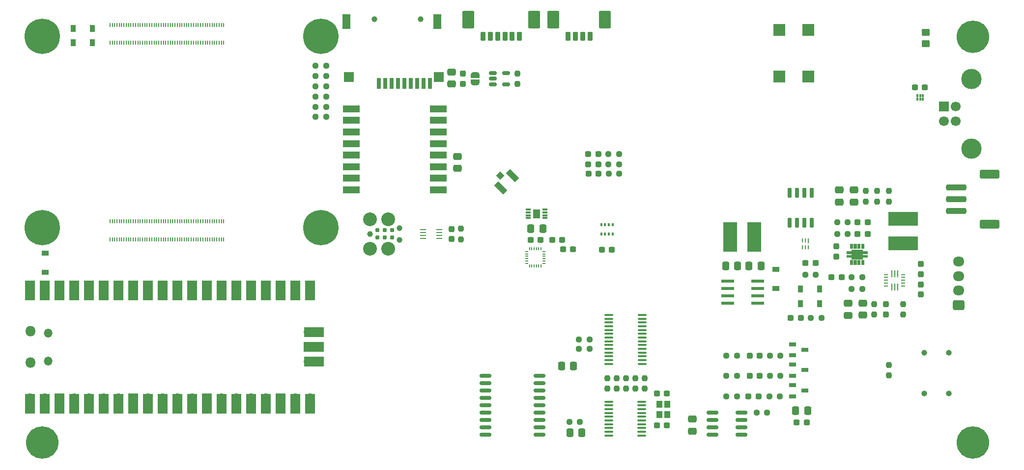
<source format=gts>
G04 #@! TF.GenerationSoftware,KiCad,Pcbnew,(6.0.2-0)*
G04 #@! TF.CreationDate,2022-04-07T20:49:23-06:00*
G04 #@! TF.ProjectId,CONEPROJ,434f4e45-5052-44f4-9a2e-6b696361645f,rev?*
G04 #@! TF.SameCoordinates,Original*
G04 #@! TF.FileFunction,Soldermask,Top*
G04 #@! TF.FilePolarity,Negative*
%FSLAX46Y46*%
G04 Gerber Fmt 4.6, Leading zero omitted, Abs format (unit mm)*
G04 Created by KiCad (PCBNEW (6.0.2-0)) date 2022-04-07 20:49:23*
%MOMM*%
%LPD*%
G01*
G04 APERTURE LIST*
G04 Aperture macros list*
%AMRoundRect*
0 Rectangle with rounded corners*
0 $1 Rounding radius*
0 $2 $3 $4 $5 $6 $7 $8 $9 X,Y pos of 4 corners*
0 Add a 4 corners polygon primitive as box body*
4,1,4,$2,$3,$4,$5,$6,$7,$8,$9,$2,$3,0*
0 Add four circle primitives for the rounded corners*
1,1,$1+$1,$2,$3*
1,1,$1+$1,$4,$5*
1,1,$1+$1,$6,$7*
1,1,$1+$1,$8,$9*
0 Add four rect primitives between the rounded corners*
20,1,$1+$1,$2,$3,$4,$5,0*
20,1,$1+$1,$4,$5,$6,$7,0*
20,1,$1+$1,$6,$7,$8,$9,0*
20,1,$1+$1,$8,$9,$2,$3,0*%
%AMRotRect*
0 Rectangle, with rotation*
0 The origin of the aperture is its center*
0 $1 length*
0 $2 width*
0 $3 Rotation angle, in degrees counterclockwise*
0 Add horizontal line*
21,1,$1,$2,0,0,$3*%
%AMFreePoly0*
4,1,22,0.500000,-0.750000,0.000000,-0.750000,0.000000,-0.745033,-0.079941,-0.743568,-0.215256,-0.701293,-0.333266,-0.622738,-0.424486,-0.514219,-0.481581,-0.384460,-0.499164,-0.250000,-0.500000,-0.250000,-0.500000,0.250000,-0.499164,0.250000,-0.499963,0.256109,-0.478152,0.396186,-0.417904,0.524511,-0.324060,0.630769,-0.204165,0.706417,-0.067858,0.745374,0.000000,0.744959,0.000000,0.750000,
0.500000,0.750000,0.500000,-0.750000,0.500000,-0.750000,$1*%
%AMFreePoly1*
4,1,20,0.000000,0.744959,0.073905,0.744508,0.209726,0.703889,0.328688,0.626782,0.421226,0.519385,0.479903,0.390333,0.500000,0.250000,0.500000,-0.250000,0.499851,-0.262216,0.476331,-0.402017,0.414519,-0.529596,0.319384,-0.634700,0.198574,-0.708877,0.061801,-0.746166,0.000000,-0.745033,0.000000,-0.750000,-0.500000,-0.750000,-0.500000,0.750000,0.000000,0.750000,0.000000,0.744959,
0.000000,0.744959,$1*%
G04 Aperture macros list end*
%ADD10C,0.010000*%
%ADD11R,1.400000X2.600000*%
%ADD12R,1.700000X1.800000*%
%ADD13R,0.700000X1.900000*%
%ADD14C,1.000000*%
%ADD15RoundRect,0.150000X0.875000X0.150000X-0.875000X0.150000X-0.875000X-0.150000X0.875000X-0.150000X0*%
%ADD16R,1.000000X1.150000*%
%ADD17R,1.200000X0.900000*%
%ADD18RoundRect,0.237500X0.287500X0.237500X-0.287500X0.237500X-0.287500X-0.237500X0.287500X-0.237500X0*%
%ADD19RoundRect,0.250000X-0.475000X0.337500X-0.475000X-0.337500X0.475000X-0.337500X0.475000X0.337500X0*%
%ADD20RoundRect,0.237500X-0.237500X0.250000X-0.237500X-0.250000X0.237500X-0.250000X0.237500X0.250000X0*%
%ADD21RoundRect,0.100000X0.637500X0.100000X-0.637500X0.100000X-0.637500X-0.100000X0.637500X-0.100000X0*%
%ADD22RoundRect,0.237500X0.250000X0.237500X-0.250000X0.237500X-0.250000X-0.237500X0.250000X-0.237500X0*%
%ADD23RoundRect,0.237500X-0.250000X-0.237500X0.250000X-0.237500X0.250000X0.237500X-0.250000X0.237500X0*%
%ADD24FreePoly0,90.000000*%
%ADD25FreePoly1,90.000000*%
%ADD26RoundRect,0.237500X0.300000X0.237500X-0.300000X0.237500X-0.300000X-0.237500X0.300000X-0.237500X0*%
%ADD27R,2.000000X2.000000*%
%ADD28RoundRect,0.042000X-0.573000X-0.258000X0.573000X-0.258000X0.573000X0.258000X-0.573000X0.258000X0*%
%ADD29RoundRect,0.250000X0.475000X-0.337500X0.475000X0.337500X-0.475000X0.337500X-0.475000X-0.337500X0*%
%ADD30O,1.000000X1.000000*%
%ADD31RoundRect,0.250000X0.337500X0.475000X-0.337500X0.475000X-0.337500X-0.475000X0.337500X-0.475000X0*%
%ADD32RoundRect,0.237500X0.237500X-0.300000X0.237500X0.300000X-0.237500X0.300000X-0.237500X-0.300000X0*%
%ADD33R,0.350000X0.500000*%
%ADD34RoundRect,0.050000X0.050000X-0.225000X0.050000X0.225000X-0.050000X0.225000X-0.050000X-0.225000X0*%
%ADD35RoundRect,0.050000X0.225000X0.050000X-0.225000X0.050000X-0.225000X-0.050000X0.225000X-0.050000X0*%
%ADD36R,3.000000X1.200000*%
%ADD37C,5.600000*%
%ADD38RoundRect,0.200000X0.200000X0.600000X-0.200000X0.600000X-0.200000X-0.600000X0.200000X-0.600000X0*%
%ADD39RoundRect,0.250001X0.799999X1.249999X-0.799999X1.249999X-0.799999X-1.249999X0.799999X-1.249999X0*%
%ADD40RoundRect,0.007800X-0.397200X-0.122200X0.397200X-0.122200X0.397200X0.122200X-0.397200X0.122200X0*%
%ADD41R,1.300000X1.500000*%
%ADD42C,0.400000*%
%ADD43R,5.100000X2.350000*%
%ADD44RoundRect,0.237500X-0.237500X0.300000X-0.237500X-0.300000X0.237500X-0.300000X0.237500X0.300000X0*%
%ADD45RoundRect,0.150000X-0.825000X-0.150000X0.825000X-0.150000X0.825000X0.150000X-0.825000X0.150000X0*%
%ADD46RoundRect,0.250000X-0.337500X-0.475000X0.337500X-0.475000X0.337500X0.475000X-0.337500X0.475000X0*%
%ADD47RotRect,1.050000X2.200000X225.000000*%
%ADD48RotRect,1.000000X1.050000X225.000000*%
%ADD49RoundRect,0.150000X-0.150000X0.725000X-0.150000X-0.725000X0.150000X-0.725000X0.150000X0.725000X0*%
%ADD50R,1.700000X1.700000*%
%ADD51C,1.700000*%
%ADD52C,3.500000*%
%ADD53RoundRect,0.012000X0.138000X-0.198000X0.138000X0.198000X-0.138000X0.198000X-0.138000X-0.198000X0*%
%ADD54RoundRect,0.012000X0.138000X-0.193000X0.138000X0.193000X-0.138000X0.193000X-0.138000X-0.193000X0*%
%ADD55RoundRect,0.237500X-0.300000X-0.237500X0.300000X-0.237500X0.300000X0.237500X-0.300000X0.237500X0*%
%ADD56RoundRect,0.250000X-0.450000X0.350000X-0.450000X-0.350000X0.450000X-0.350000X0.450000X0.350000X0*%
%ADD57RoundRect,0.250000X1.500000X-0.250000X1.500000X0.250000X-1.500000X0.250000X-1.500000X-0.250000X0*%
%ADD58RoundRect,0.250001X1.449999X-0.499999X1.449999X0.499999X-1.449999X0.499999X-1.449999X-0.499999X0*%
%ADD59C,2.374900*%
%ADD60C,0.990600*%
%ADD61C,0.787400*%
%ADD62R,0.280000X0.850076*%
%ADD63R,0.280000X0.750000*%
%ADD64R,2.350000X5.100000*%
%ADD65R,0.900000X1.200000*%
%ADD66O,1.500000X1.500000*%
%ADD67O,1.800000X1.800000*%
%ADD68R,1.700000X3.500000*%
%ADD69O,1.700000X1.700000*%
%ADD70R,3.500000X1.700000*%
%ADD71R,1.066800X0.254000*%
%ADD72R,0.254000X1.295400*%
%ADD73R,0.711200X0.254000*%
%ADD74RoundRect,0.237500X0.237500X-0.250000X0.237500X0.250000X-0.237500X0.250000X-0.237500X-0.250000X0*%
%ADD75C,6.100000*%
%ADD76R,0.200000X0.700000*%
%ADD77R,2.200000X0.600000*%
%ADD78RoundRect,0.150000X-0.512500X-0.150000X0.512500X-0.150000X0.512500X0.150000X-0.512500X0.150000X0*%
%ADD79RoundRect,0.250000X0.725000X-0.600000X0.725000X0.600000X-0.725000X0.600000X-0.725000X-0.600000X0*%
%ADD80O,1.950000X1.700000*%
G04 APERTURE END LIST*
D10*
G04 #@! TO.C,U303*
X164612500Y-60730000D02*
X164612500Y-61470000D01*
X164612500Y-61470000D02*
X164162500Y-61470000D01*
X164162500Y-61470000D02*
X164162500Y-60730000D01*
X164162500Y-60730000D02*
X164612500Y-60730000D01*
G36*
X164612500Y-61470000D02*
G01*
X164162500Y-61470000D01*
X164162500Y-60730000D01*
X164612500Y-60730000D01*
X164612500Y-61470000D01*
G37*
X164612500Y-61470000D02*
X164162500Y-61470000D01*
X164162500Y-60730000D01*
X164612500Y-60730000D01*
X164612500Y-61470000D01*
X164612500Y-63530000D02*
X164612500Y-64270000D01*
X164612500Y-64270000D02*
X164162500Y-64270000D01*
X164162500Y-64270000D02*
X164162500Y-63530000D01*
X164162500Y-63530000D02*
X164612500Y-63530000D01*
G36*
X164612500Y-64270000D02*
G01*
X164162500Y-64270000D01*
X164162500Y-63530000D01*
X164612500Y-63530000D01*
X164612500Y-64270000D01*
G37*
X164612500Y-64270000D02*
X164162500Y-64270000D01*
X164162500Y-63530000D01*
X164612500Y-63530000D01*
X164612500Y-64270000D01*
X165912500Y-63530000D02*
X165912500Y-64270000D01*
X165912500Y-64270000D02*
X165462500Y-64270000D01*
X165462500Y-64270000D02*
X165462500Y-63530000D01*
X165462500Y-63530000D02*
X165912500Y-63530000D01*
G36*
X165912500Y-64270000D02*
G01*
X165462500Y-64270000D01*
X165462500Y-63530000D01*
X165912500Y-63530000D01*
X165912500Y-64270000D01*
G37*
X165912500Y-64270000D02*
X165462500Y-64270000D01*
X165462500Y-63530000D01*
X165912500Y-63530000D01*
X165912500Y-64270000D01*
X165262500Y-63530000D02*
X165262500Y-64270000D01*
X165262500Y-64270000D02*
X164812500Y-64270000D01*
X164812500Y-64270000D02*
X164812500Y-63530000D01*
X164812500Y-63530000D02*
X165262500Y-63530000D01*
G36*
X165262500Y-64270000D02*
G01*
X164812500Y-64270000D01*
X164812500Y-63530000D01*
X165262500Y-63530000D01*
X165262500Y-64270000D01*
G37*
X165262500Y-64270000D02*
X164812500Y-64270000D01*
X164812500Y-63530000D01*
X165262500Y-63530000D01*
X165262500Y-64270000D01*
X166307500Y-61680000D02*
X166307500Y-61990000D01*
X166307500Y-61990000D02*
X167132500Y-61990000D01*
X167132500Y-61990000D02*
X167132500Y-62360000D01*
X167132500Y-62360000D02*
X166307500Y-62360000D01*
X166307500Y-62360000D02*
X166307500Y-62640000D01*
X166307500Y-62640000D02*
X167132500Y-62640000D01*
X167132500Y-62640000D02*
X167132500Y-63010000D01*
X167132500Y-63010000D02*
X166307500Y-63010000D01*
X166307500Y-63010000D02*
X166307500Y-63320000D01*
X166307500Y-63320000D02*
X164417500Y-63320000D01*
X164417500Y-63320000D02*
X164417500Y-63010000D01*
X164417500Y-63010000D02*
X163592500Y-63010000D01*
X163592500Y-63010000D02*
X163592500Y-62640000D01*
X163592500Y-62640000D02*
X164417500Y-62640000D01*
X164417500Y-62640000D02*
X164417500Y-62360000D01*
X164417500Y-62360000D02*
X163592500Y-62360000D01*
X163592500Y-62360000D02*
X163592500Y-61990000D01*
X163592500Y-61990000D02*
X164417500Y-61990000D01*
X164417500Y-61990000D02*
X164417500Y-61680000D01*
X164417500Y-61680000D02*
X166307500Y-61680000D01*
G36*
X166307500Y-61990000D02*
G01*
X167132500Y-61990000D01*
X167132500Y-62360000D01*
X166307500Y-62360000D01*
X166307500Y-62640000D01*
X167132500Y-62640000D01*
X167132500Y-63010000D01*
X166307500Y-63010000D01*
X166307500Y-63320000D01*
X164417500Y-63320000D01*
X164417500Y-63010000D01*
X163592500Y-63010000D01*
X163592500Y-62640000D01*
X164417500Y-62640000D01*
X164417500Y-62360000D01*
X163592500Y-62360000D01*
X163592500Y-61990000D01*
X164417500Y-61990000D01*
X164417500Y-61680000D01*
X166307500Y-61680000D01*
X166307500Y-61990000D01*
G37*
X166307500Y-61990000D02*
X167132500Y-61990000D01*
X167132500Y-62360000D01*
X166307500Y-62360000D01*
X166307500Y-62640000D01*
X167132500Y-62640000D01*
X167132500Y-63010000D01*
X166307500Y-63010000D01*
X166307500Y-63320000D01*
X164417500Y-63320000D01*
X164417500Y-63010000D01*
X163592500Y-63010000D01*
X163592500Y-62640000D01*
X164417500Y-62640000D01*
X164417500Y-62360000D01*
X163592500Y-62360000D01*
X163592500Y-61990000D01*
X164417500Y-61990000D01*
X164417500Y-61680000D01*
X166307500Y-61680000D01*
X166307500Y-61990000D01*
X165912500Y-60730000D02*
X165912500Y-61470000D01*
X165912500Y-61470000D02*
X165462500Y-61470000D01*
X165462500Y-61470000D02*
X165462500Y-60730000D01*
X165462500Y-60730000D02*
X165912500Y-60730000D01*
G36*
X165912500Y-61470000D02*
G01*
X165462500Y-61470000D01*
X165462500Y-60730000D01*
X165912500Y-60730000D01*
X165912500Y-61470000D01*
G37*
X165912500Y-61470000D02*
X165462500Y-61470000D01*
X165462500Y-60730000D01*
X165912500Y-60730000D01*
X165912500Y-61470000D01*
X166562500Y-63530000D02*
X166562500Y-64270000D01*
X166562500Y-64270000D02*
X166112500Y-64270000D01*
X166112500Y-64270000D02*
X166112500Y-63530000D01*
X166112500Y-63530000D02*
X166562500Y-63530000D01*
G36*
X166562500Y-64270000D02*
G01*
X166112500Y-64270000D01*
X166112500Y-63530000D01*
X166562500Y-63530000D01*
X166562500Y-64270000D01*
G37*
X166562500Y-64270000D02*
X166112500Y-64270000D01*
X166112500Y-63530000D01*
X166562500Y-63530000D01*
X166562500Y-64270000D01*
X166562500Y-60730000D02*
X166562500Y-61470000D01*
X166562500Y-61470000D02*
X166112500Y-61470000D01*
X166112500Y-61470000D02*
X166112500Y-60730000D01*
X166112500Y-60730000D02*
X166562500Y-60730000D01*
G36*
X166562500Y-61470000D02*
G01*
X166112500Y-61470000D01*
X166112500Y-60730000D01*
X166562500Y-60730000D01*
X166562500Y-61470000D01*
G37*
X166562500Y-61470000D02*
X166112500Y-61470000D01*
X166112500Y-60730000D01*
X166562500Y-60730000D01*
X166562500Y-61470000D01*
X165262500Y-60730000D02*
X165262500Y-61470000D01*
X165262500Y-61470000D02*
X164812500Y-61470000D01*
X164812500Y-61470000D02*
X164812500Y-60730000D01*
X164812500Y-60730000D02*
X165262500Y-60730000D01*
G36*
X165262500Y-61470000D02*
G01*
X164812500Y-61470000D01*
X164812500Y-60730000D01*
X165262500Y-60730000D01*
X165262500Y-61470000D01*
G37*
X165262500Y-61470000D02*
X164812500Y-61470000D01*
X164812500Y-60730000D01*
X165262500Y-60730000D01*
X165262500Y-61470000D01*
G04 #@! TD*
D11*
G04 #@! TO.C,J2*
X93100000Y-22347500D03*
X77400000Y-22347500D03*
D12*
X77850000Y-31947500D03*
X93350000Y-31947500D03*
D13*
X83000000Y-32997500D03*
X84100000Y-32997500D03*
X85200000Y-32997500D03*
X86300000Y-32997500D03*
X87400000Y-32997500D03*
X88500000Y-32997500D03*
X89600000Y-32997500D03*
X90700000Y-32997500D03*
X91800000Y-32997500D03*
D14*
X90200000Y-21947500D03*
X82200000Y-21947500D03*
G04 #@! TD*
D15*
G04 #@! TO.C,U8*
X110700000Y-93630000D03*
X110700000Y-92360000D03*
X110700000Y-91090000D03*
X110700000Y-89820000D03*
X110700000Y-88550000D03*
X110700000Y-87280000D03*
X110700000Y-86010000D03*
X110700000Y-84740000D03*
X110700000Y-83470000D03*
X101400000Y-83470000D03*
X101400000Y-84740000D03*
X101400000Y-86010000D03*
X101400000Y-87280000D03*
X101400000Y-88550000D03*
X101400000Y-89820000D03*
X101400000Y-91090000D03*
X101400000Y-92360000D03*
X101400000Y-93630000D03*
G04 #@! TD*
D16*
G04 #@! TO.C,Y2*
X131300000Y-88375000D03*
X131300000Y-90125000D03*
X132700000Y-90125000D03*
X132700000Y-88375000D03*
G04 #@! TD*
D17*
G04 #@! TO.C,D1*
X151387500Y-68408041D03*
X151387500Y-65108041D03*
G04 #@! TD*
D18*
G04 #@! TO.C,D316*
X148650000Y-80000000D03*
X146900000Y-80000000D03*
G04 #@! TD*
D19*
G04 #@! TO.C,C25*
X164862500Y-51425000D03*
X164862500Y-53500000D03*
G04 #@! TD*
D20*
G04 #@! TO.C,R2*
X128800000Y-83887500D03*
X128800000Y-85712500D03*
G04 #@! TD*
G04 #@! TO.C,R307*
X97100000Y-58087500D03*
X97100000Y-59912500D03*
G04 #@! TD*
D21*
G04 #@! TO.C,U5*
X128332500Y-93775000D03*
X128332500Y-93125000D03*
X128332500Y-92475000D03*
X128332500Y-91825000D03*
X128332500Y-91175000D03*
X128332500Y-90525000D03*
X128332500Y-89875000D03*
X128332500Y-89225000D03*
X128332500Y-88575000D03*
X128332500Y-87925000D03*
X122607500Y-87925000D03*
X122607500Y-88575000D03*
X122607500Y-89225000D03*
X122607500Y-89875000D03*
X122607500Y-90525000D03*
X122607500Y-91175000D03*
X122607500Y-91825000D03*
X122607500Y-92475000D03*
X122607500Y-93125000D03*
X122607500Y-93775000D03*
G04 #@! TD*
D22*
G04 #@! TO.C,R35*
X73912500Y-38800000D03*
X72087500Y-38800000D03*
G04 #@! TD*
D19*
G04 #@! TO.C,C34*
X95550000Y-31062500D03*
X95550000Y-33137500D03*
G04 #@! TD*
D23*
G04 #@! TO.C,R309*
X150362500Y-83500000D03*
X152187500Y-83500000D03*
G04 #@! TD*
D24*
G04 #@! TO.C,JP8*
X99550000Y-32850000D03*
D25*
X99550000Y-31550000D03*
G04 #@! TD*
D19*
G04 #@! TO.C,C7*
X163862500Y-70962500D03*
X163862500Y-73037500D03*
G04 #@! TD*
D20*
G04 #@! TO.C,R28*
X166862500Y-51587500D03*
X166862500Y-53412500D03*
G04 #@! TD*
D26*
G04 #@! TO.C,C6*
X110862500Y-60000000D03*
X109137500Y-60000000D03*
G04 #@! TD*
D21*
G04 #@! TO.C,U3*
X128362500Y-81425000D03*
X128362500Y-80775000D03*
X128362500Y-80125000D03*
X128362500Y-79475000D03*
X128362500Y-78825000D03*
X128362500Y-78175000D03*
X128362500Y-77525000D03*
X128362500Y-76875000D03*
X128362500Y-76225000D03*
X128362500Y-75575000D03*
X128362500Y-74925000D03*
X128362500Y-74275000D03*
X128362500Y-73625000D03*
X128362500Y-72975000D03*
X122637500Y-72975000D03*
X122637500Y-73625000D03*
X122637500Y-74275000D03*
X122637500Y-74925000D03*
X122637500Y-75575000D03*
X122637500Y-76225000D03*
X122637500Y-76875000D03*
X122637500Y-77525000D03*
X122637500Y-78175000D03*
X122637500Y-78825000D03*
X122637500Y-79475000D03*
X122637500Y-80125000D03*
X122637500Y-80775000D03*
X122637500Y-81425000D03*
G04 #@! TD*
D23*
G04 #@! TO.C,R310*
X150362500Y-80000000D03*
X152187500Y-80000000D03*
G04 #@! TD*
D27*
G04 #@! TO.C,PAU301*
X157000000Y-23790000D03*
X157000000Y-31790000D03*
G04 #@! TD*
D28*
G04 #@! TO.C,Q301*
X154275000Y-85100000D03*
X154275000Y-87000000D03*
X156395000Y-86050000D03*
G04 #@! TD*
D20*
G04 #@! TO.C,R11*
X125600000Y-83887500D03*
X125600000Y-85712500D03*
G04 #@! TD*
D18*
G04 #@! TO.C,D308*
X120875000Y-48600000D03*
X119125000Y-48600000D03*
G04 #@! TD*
D29*
G04 #@! TO.C,C302*
X96525000Y-47675000D03*
X96525000Y-45600000D03*
G04 #@! TD*
D26*
G04 #@! TO.C,C54*
X177065000Y-33730000D03*
X175340000Y-33730000D03*
G04 #@! TD*
G04 #@! TO.C,C21*
X132612500Y-92000000D03*
X130887500Y-92000000D03*
G04 #@! TD*
D22*
G04 #@! TO.C,R7*
X166275000Y-66500000D03*
X164450000Y-66500000D03*
G04 #@! TD*
D18*
G04 #@! TO.C,D305*
X155737500Y-73500000D03*
X153987500Y-73500000D03*
G04 #@! TD*
D30*
G04 #@! TO.C,J301*
X181212500Y-86500000D03*
X177012500Y-86500000D03*
D14*
X177012500Y-79500000D03*
D30*
X181212500Y-79500000D03*
G04 #@! TD*
D29*
G04 #@! TO.C,C11*
X137000000Y-93037500D03*
X137000000Y-90962500D03*
G04 #@! TD*
D31*
G04 #@! TO.C,C16*
X115900000Y-93300000D03*
X117975000Y-93300000D03*
G04 #@! TD*
D32*
G04 #@! TO.C,C305*
X95500000Y-59862500D03*
X95500000Y-58137500D03*
G04 #@! TD*
D17*
G04 #@! TO.C,D6*
X25500000Y-65650000D03*
X25500000Y-62350000D03*
G04 #@! TD*
D33*
G04 #@! TO.C,U308*
X121325000Y-57400000D03*
X121975000Y-57400000D03*
X122625000Y-57400000D03*
X123275000Y-57400000D03*
X123275000Y-59000000D03*
X122625000Y-59000000D03*
X121975000Y-59000000D03*
X121325000Y-59000000D03*
G04 #@! TD*
D34*
G04 #@! TO.C,U306*
X108950000Y-64550000D03*
X109350000Y-64550000D03*
X109750000Y-64550000D03*
X110150000Y-64550000D03*
X110550000Y-64550000D03*
X110950000Y-64550000D03*
D35*
X111450000Y-64050000D03*
X111450000Y-63650000D03*
X111450000Y-63250000D03*
X111450000Y-62850000D03*
X111450000Y-62450000D03*
X111450000Y-62050000D03*
D34*
X110950000Y-61550000D03*
X110550000Y-61550000D03*
X110150000Y-61550000D03*
X109750000Y-61550000D03*
X109350000Y-61550000D03*
X108950000Y-61550000D03*
D35*
X108450000Y-62050000D03*
X108450000Y-62450000D03*
X108450000Y-62850000D03*
X108450000Y-63250000D03*
X108450000Y-63650000D03*
X108450000Y-64050000D03*
G04 #@! TD*
D23*
G04 #@! TO.C,R21*
X122555000Y-46980000D03*
X124380000Y-46980000D03*
G04 #@! TD*
D36*
G04 #@! TO.C,U310*
X78275000Y-37387500D03*
X78275000Y-39387500D03*
X78275000Y-41387500D03*
X78275000Y-43387500D03*
X78275000Y-45387500D03*
X78275000Y-47387500D03*
X78275000Y-49387500D03*
X78275000Y-51387500D03*
X93275000Y-51387500D03*
X93275000Y-49387500D03*
X93275000Y-47387500D03*
X93275000Y-45387500D03*
X93275000Y-43387500D03*
X93275000Y-41387500D03*
X93275000Y-39387500D03*
X93275000Y-37387500D03*
G04 #@! TD*
D23*
G04 #@! TO.C,R91*
X122587500Y-48600000D03*
X124412500Y-48600000D03*
G04 #@! TD*
D27*
G04 #@! TO.C,MOD301*
X151970000Y-23790000D03*
X151970000Y-31790000D03*
G04 #@! TD*
D31*
G04 #@! TO.C,C20*
X111237500Y-58100000D03*
X109162500Y-58100000D03*
G04 #@! TD*
D37*
G04 #@! TO.C,H304*
X185362500Y-95000000D03*
G04 #@! TD*
D22*
G04 #@! TO.C,R26*
X73912500Y-37100000D03*
X72087500Y-37100000D03*
G04 #@! TD*
D38*
G04 #@! TO.C,J312*
X119375000Y-24900000D03*
X118125000Y-24900000D03*
X116875000Y-24900000D03*
X115625000Y-24900000D03*
D39*
X121925000Y-22000000D03*
X113075000Y-22000000D03*
G04 #@! TD*
D22*
G04 #@! TO.C,R303*
X144687500Y-83500000D03*
X142862500Y-83500000D03*
G04 #@! TD*
D18*
G04 #@! TO.C,D302*
X120842500Y-46980000D03*
X119092500Y-46980000D03*
G04 #@! TD*
D40*
G04 #@! TO.C,U307*
X108750000Y-54750000D03*
X108750000Y-55250000D03*
X108750000Y-55750000D03*
X108750000Y-56250000D03*
X111650000Y-56250000D03*
X111650000Y-55750000D03*
X111650000Y-55250000D03*
X111650000Y-54750000D03*
D41*
X110200000Y-55500000D03*
D42*
X110200000Y-55000000D03*
X110200000Y-56000000D03*
G04 #@! TD*
D43*
G04 #@! TO.C,L2*
X173362500Y-60575000D03*
X173362500Y-56425000D03*
G04 #@! TD*
D20*
G04 #@! TO.C,R5*
X168362500Y-71087500D03*
X168362500Y-72912500D03*
G04 #@! TD*
D44*
G04 #@! TO.C,C4*
X170362500Y-71137500D03*
X170362500Y-72862500D03*
G04 #@! TD*
D45*
G04 #@! TO.C,U2*
X140525000Y-89845000D03*
X140525000Y-91115000D03*
X140525000Y-92385000D03*
X140525000Y-93655000D03*
X145475000Y-93655000D03*
X145475000Y-92385000D03*
X145475000Y-91115000D03*
X145475000Y-89845000D03*
G04 #@! TD*
D19*
G04 #@! TO.C,C12*
X166362500Y-70925000D03*
X166362500Y-73000000D03*
G04 #@! TD*
D46*
G04 #@! TO.C,C5*
X146750000Y-64475000D03*
X148825000Y-64475000D03*
G04 #@! TD*
D22*
G04 #@! TO.C,R3*
X159275000Y-73500000D03*
X157450000Y-73500000D03*
G04 #@! TD*
D47*
G04 #@! TO.C,J304*
X106042983Y-48957017D03*
D48*
X103921662Y-48921662D03*
D47*
X103957017Y-51042983D03*
G04 #@! TD*
D49*
G04 #@! TO.C,Q1*
X157605000Y-51925000D03*
X156335000Y-51925000D03*
X155065000Y-51925000D03*
X153795000Y-51925000D03*
X153795000Y-57075000D03*
X155065000Y-57075000D03*
X156335000Y-57075000D03*
X157605000Y-57075000D03*
G04 #@! TD*
D22*
G04 #@! TO.C,R55*
X73912500Y-31750000D03*
X72087500Y-31750000D03*
G04 #@! TD*
D44*
G04 #@! TO.C,C35*
X97450000Y-31337500D03*
X97450000Y-33062500D03*
G04 #@! TD*
D50*
G04 #@! TO.C,J309*
X180362500Y-37000000D03*
D51*
X180362500Y-39500000D03*
X182362500Y-39500000D03*
X182362500Y-37000000D03*
D52*
X185072500Y-44270000D03*
X185072500Y-32230000D03*
G04 #@! TD*
D44*
G04 #@! TO.C,C10*
X176387500Y-67712500D03*
X176387500Y-69437500D03*
G04 #@! TD*
D18*
G04 #@! TO.C,D315*
X148650000Y-83500000D03*
X146900000Y-83500000D03*
G04 #@! TD*
D23*
G04 #@! TO.C,R15*
X148087500Y-89800000D03*
X149912500Y-89800000D03*
G04 #@! TD*
D20*
G04 #@! TO.C,R12*
X124000000Y-83887500D03*
X124000000Y-85712500D03*
G04 #@! TD*
D53*
G04 #@! TO.C,U4*
X175762500Y-35685000D03*
D54*
X176262500Y-35690000D03*
X176762500Y-35690000D03*
X176762500Y-35100000D03*
X176262500Y-35100000D03*
X175762500Y-35100000D03*
G04 #@! TD*
D28*
G04 #@! TO.C,Q303*
X154275000Y-78050000D03*
X154275000Y-79950000D03*
X156395000Y-79000000D03*
G04 #@! TD*
D31*
G04 #@! TO.C,C304*
X156900000Y-89500000D03*
X154825000Y-89500000D03*
G04 #@! TD*
D55*
G04 #@! TO.C,C18*
X165500000Y-57000000D03*
X167225000Y-57000000D03*
G04 #@! TD*
D20*
G04 #@! TO.C,R6*
X173362500Y-71087500D03*
X173362500Y-72912500D03*
G04 #@! TD*
D23*
G04 #@! TO.C,R27*
X161950000Y-59000000D03*
X163775000Y-59000000D03*
G04 #@! TD*
D31*
G04 #@! TO.C,C2*
X116537500Y-81800000D03*
X114462500Y-81800000D03*
G04 #@! TD*
D23*
G04 #@! TO.C,R8*
X164450000Y-68500000D03*
X166275000Y-68500000D03*
G04 #@! TD*
D56*
G04 #@! TO.C,R19*
X177200000Y-24200000D03*
X177200000Y-26200000D03*
G04 #@! TD*
D22*
G04 #@! TO.C,R14*
X119312500Y-78800000D03*
X117487500Y-78800000D03*
G04 #@! TD*
D57*
G04 #@! TO.C,J302*
X182512500Y-55000000D03*
X182512500Y-53000000D03*
X182512500Y-51000000D03*
D58*
X188262500Y-57350000D03*
X188262500Y-48650000D03*
G04 #@! TD*
D38*
G04 #@! TO.C,J305*
X107225000Y-24900000D03*
X105975000Y-24900000D03*
X104725000Y-24900000D03*
X103475000Y-24900000D03*
X102225000Y-24900000D03*
X100975000Y-24900000D03*
D39*
X109775000Y-22000000D03*
X98425000Y-22000000D03*
G04 #@! TD*
D59*
G04 #@! TO.C,J311*
X84635000Y-61540000D03*
D60*
X86540000Y-57984000D03*
X86540000Y-60016000D03*
D59*
X81460000Y-61540000D03*
D60*
X81460000Y-59000000D03*
D59*
X81460000Y-56460000D03*
X84635000Y-56460000D03*
D61*
X82730000Y-59635000D03*
X82730000Y-58365000D03*
X84000000Y-59635000D03*
X84000000Y-58365000D03*
X85270000Y-59635000D03*
X85270000Y-58365000D03*
G04 #@! TD*
D62*
G04 #@! TO.C,U301*
X156999999Y-60175038D03*
D63*
X156500000Y-60125000D03*
X156000001Y-60125000D03*
X156000001Y-61275000D03*
X156500000Y-61275000D03*
X156999999Y-61275000D03*
G04 #@! TD*
D55*
G04 #@! TO.C,C8*
X114737500Y-61650000D03*
X116462500Y-61650000D03*
G04 #@! TD*
G04 #@! TO.C,C9*
X112887500Y-60000000D03*
X114612500Y-60000000D03*
G04 #@! TD*
D64*
G04 #@! TO.C,L1*
X147687500Y-59483041D03*
X143537500Y-59483041D03*
G04 #@! TD*
D65*
G04 #@! TO.C,D4*
X33650000Y-26000000D03*
X30350000Y-26000000D03*
G04 #@! TD*
D66*
G04 #@! TO.C,U7*
X26030000Y-76075000D03*
X26030000Y-80925000D03*
D67*
X23000000Y-75775000D03*
X23000000Y-81225000D03*
D68*
X22870000Y-88290000D03*
D69*
X22870000Y-87390000D03*
X25410000Y-87390000D03*
D68*
X25410000Y-88290000D03*
X27950000Y-88290000D03*
D50*
X27950000Y-87390000D03*
D69*
X30490000Y-87390000D03*
D68*
X30490000Y-88290000D03*
D69*
X33030000Y-87390000D03*
D68*
X33030000Y-88290000D03*
D69*
X35570000Y-87390000D03*
D68*
X35570000Y-88290000D03*
D69*
X38110000Y-87390000D03*
D68*
X38110000Y-88290000D03*
X40650000Y-88290000D03*
D50*
X40650000Y-87390000D03*
D68*
X43190000Y-88290000D03*
D69*
X43190000Y-87390000D03*
D68*
X45730000Y-88290000D03*
D69*
X45730000Y-87390000D03*
X48270000Y-87390000D03*
D68*
X48270000Y-88290000D03*
D69*
X50810000Y-87390000D03*
D68*
X50810000Y-88290000D03*
D50*
X53350000Y-87390000D03*
D68*
X53350000Y-88290000D03*
D69*
X55890000Y-87390000D03*
D68*
X55890000Y-88290000D03*
D69*
X58430000Y-87390000D03*
D68*
X58430000Y-88290000D03*
X60970000Y-88290000D03*
D69*
X60970000Y-87390000D03*
D68*
X63510000Y-88290000D03*
D69*
X63510000Y-87390000D03*
D68*
X66050000Y-88290000D03*
D50*
X66050000Y-87390000D03*
D68*
X68590000Y-88290000D03*
D69*
X68590000Y-87390000D03*
X71130000Y-87390000D03*
D68*
X71130000Y-88290000D03*
X71130000Y-68710000D03*
D69*
X71130000Y-69610000D03*
D68*
X68590000Y-68710000D03*
D69*
X68590000Y-69610000D03*
D50*
X66050000Y-69610000D03*
D68*
X66050000Y-68710000D03*
D69*
X63510000Y-69610000D03*
D68*
X63510000Y-68710000D03*
D69*
X60970000Y-69610000D03*
D68*
X60970000Y-68710000D03*
D69*
X58430000Y-69610000D03*
D68*
X58430000Y-68710000D03*
D69*
X55890000Y-69610000D03*
D68*
X55890000Y-68710000D03*
D50*
X53350000Y-69610000D03*
D68*
X53350000Y-68710000D03*
X50810000Y-68710000D03*
D69*
X50810000Y-69610000D03*
D68*
X48270000Y-68710000D03*
D69*
X48270000Y-69610000D03*
X45730000Y-69610000D03*
D68*
X45730000Y-68710000D03*
X43190000Y-68710000D03*
D69*
X43190000Y-69610000D03*
D50*
X40650000Y-69610000D03*
D68*
X40650000Y-68710000D03*
D69*
X38110000Y-69610000D03*
D68*
X38110000Y-68710000D03*
D69*
X35570000Y-69610000D03*
D68*
X35570000Y-68710000D03*
X33030000Y-68710000D03*
D69*
X33030000Y-69610000D03*
D68*
X30490000Y-68710000D03*
D69*
X30490000Y-69610000D03*
D68*
X27950000Y-68710000D03*
D50*
X27950000Y-69610000D03*
D68*
X25410000Y-68710000D03*
D69*
X25410000Y-69610000D03*
D68*
X22870000Y-68710000D03*
D69*
X22870000Y-69610000D03*
X70900000Y-81040000D03*
D70*
X71800000Y-81040000D03*
D50*
X70900000Y-78500000D03*
D70*
X71800000Y-78500000D03*
D69*
X70900000Y-75960000D03*
D70*
X71800000Y-75960000D03*
G04 #@! TD*
D18*
G04 #@! TO.C,D314*
X148437500Y-87000000D03*
X146687500Y-87000000D03*
G04 #@! TD*
D71*
G04 #@! TO.C,U311*
X90577600Y-58238000D03*
X90577600Y-58746000D03*
X90577600Y-59254000D03*
X90577600Y-59762000D03*
X93422400Y-59762000D03*
X93422400Y-59254000D03*
X93422400Y-58746000D03*
X93422400Y-58238000D03*
G04 #@! TD*
D72*
G04 #@! TO.C,U302*
X172362499Y-65850000D03*
X171862500Y-65850000D03*
X171362501Y-65850000D03*
D73*
X170412500Y-65999999D03*
X170412500Y-66500001D03*
X170412500Y-67000000D03*
X170412500Y-67499999D03*
X170412500Y-68000001D03*
D72*
X171362501Y-68150000D03*
X171862500Y-68150000D03*
X172362499Y-68150000D03*
D73*
X173312500Y-68000001D03*
X173312500Y-67499999D03*
X173312500Y-67000000D03*
X173312500Y-66500001D03*
X173312500Y-65999999D03*
G04 #@! TD*
D22*
G04 #@! TO.C,R54*
X73912500Y-33500000D03*
X72087500Y-33500000D03*
G04 #@! TD*
G04 #@! TO.C,R57*
X73912500Y-30000000D03*
X72087500Y-30000000D03*
G04 #@! TD*
D74*
G04 #@! TO.C,R104*
X170862500Y-83412500D03*
X170862500Y-81587500D03*
G04 #@! TD*
D22*
G04 #@! TO.C,R56*
X73912500Y-35300000D03*
X72087500Y-35300000D03*
G04 #@! TD*
D65*
G04 #@! TO.C,D3*
X155637500Y-68500000D03*
X158937500Y-68500000D03*
G04 #@! TD*
D75*
G04 #@! TO.C,Module2*
X24970000Y-57910000D03*
X72970000Y-57910000D03*
X72970000Y-24910000D03*
X24970000Y-24910000D03*
D76*
X56270000Y-22910000D03*
X56270000Y-25990000D03*
X55870000Y-22910000D03*
X55870000Y-25990000D03*
X55470000Y-22910000D03*
X55470000Y-25990000D03*
X55070000Y-22910000D03*
X55070000Y-25990000D03*
X54670000Y-22910000D03*
X54670000Y-25990000D03*
X54270000Y-22910000D03*
X54270000Y-25990000D03*
X53870000Y-22910000D03*
X53870000Y-25990000D03*
X53470000Y-22910000D03*
X53470000Y-25990000D03*
X53070000Y-22910000D03*
X53070000Y-25990000D03*
X52670000Y-22910000D03*
X52670000Y-25990000D03*
X52270000Y-22910000D03*
X52270000Y-25990000D03*
X51870000Y-22910000D03*
X51870000Y-25990000D03*
X51470000Y-22910000D03*
X51470000Y-25990000D03*
X51070000Y-22910000D03*
X51070000Y-25990000D03*
X50670000Y-22910000D03*
X50670000Y-25990000D03*
X50270000Y-22910000D03*
X50270000Y-25990000D03*
X49870000Y-22910000D03*
X49870000Y-25990000D03*
X49470000Y-22910000D03*
X49470000Y-25990000D03*
X49070000Y-22910000D03*
X49070000Y-25990000D03*
X48670000Y-22910000D03*
X48670000Y-25990000D03*
X48270000Y-22910000D03*
X48270000Y-25990000D03*
X47870000Y-22910000D03*
X47870000Y-25990000D03*
X47470000Y-22910000D03*
X47470000Y-25990000D03*
X47070000Y-22910000D03*
X47070000Y-25990000D03*
X46670000Y-22910000D03*
X46670000Y-25990000D03*
X46270000Y-22910000D03*
X46270000Y-25990000D03*
X45870000Y-22910000D03*
X45870000Y-25990000D03*
X45470000Y-22910000D03*
X45470000Y-25990000D03*
X45070000Y-22910000D03*
X45070000Y-25990000D03*
X44670000Y-22910000D03*
X44670000Y-25990000D03*
X44270000Y-22910000D03*
X44270000Y-25990000D03*
X43870000Y-22910000D03*
X43870000Y-25990000D03*
X43470000Y-22910000D03*
X43470000Y-25990000D03*
X43070000Y-22910000D03*
X43070000Y-25990000D03*
X42670000Y-22910000D03*
X42670000Y-25990000D03*
X42270000Y-22910000D03*
X42270000Y-25990000D03*
X41870000Y-22910000D03*
X41870000Y-25990000D03*
X41470000Y-22910000D03*
X41470000Y-25990000D03*
X41070000Y-22910000D03*
X41070000Y-25990000D03*
X40670000Y-22910000D03*
X40670000Y-25990000D03*
X40270000Y-22910000D03*
X40270000Y-25990000D03*
X39870000Y-22910000D03*
X39870000Y-25990000D03*
X39470000Y-22910000D03*
X39470000Y-25990000D03*
X39070000Y-22910000D03*
X39070000Y-25990000D03*
X38670000Y-22910000D03*
X38670000Y-25990000D03*
X38270000Y-22910000D03*
X38270000Y-25990000D03*
X37870000Y-22910000D03*
X37870000Y-25990000D03*
X37470000Y-22910000D03*
X37470000Y-25990000D03*
X37070000Y-22910000D03*
X37070000Y-25990000D03*
X36670000Y-22910000D03*
X36670000Y-25990000D03*
X56270000Y-56830000D03*
X56270000Y-59910000D03*
X55870000Y-56830000D03*
X55870000Y-59910000D03*
X55470000Y-56830000D03*
X55470000Y-59910000D03*
X55070000Y-56830000D03*
X55070000Y-59910000D03*
X54670000Y-56830000D03*
X54670000Y-59910000D03*
X54270000Y-56830000D03*
X54270000Y-59910000D03*
X53870000Y-56830000D03*
X53870000Y-59910000D03*
X53470000Y-56830000D03*
X53470000Y-59910000D03*
X53070000Y-56830000D03*
X53070000Y-59910000D03*
X52670000Y-56830000D03*
X52670000Y-59910000D03*
X52270000Y-56830000D03*
X52270000Y-59910000D03*
X51870000Y-56830000D03*
X51870000Y-59910000D03*
X51470000Y-56830000D03*
X51470000Y-59910000D03*
X51070000Y-56830000D03*
X51070000Y-59910000D03*
X50670000Y-56830000D03*
X50670000Y-59910000D03*
X50270000Y-56830000D03*
X50270000Y-59910000D03*
X49870000Y-56830000D03*
X49870000Y-59910000D03*
X49470000Y-56830000D03*
X49470000Y-59910000D03*
X49070000Y-56830000D03*
X49070000Y-59910000D03*
X48670000Y-56830000D03*
X48670000Y-59910000D03*
X48270000Y-56830000D03*
X48270000Y-59910000D03*
X47870000Y-56830000D03*
X47870000Y-59910000D03*
X47470000Y-56830000D03*
X47470000Y-59910000D03*
X47070000Y-56830000D03*
X47070000Y-59910000D03*
X46670000Y-56830000D03*
X46670000Y-59910000D03*
X46270000Y-56830000D03*
X46270000Y-59910000D03*
X45870000Y-56830000D03*
X45870000Y-59910000D03*
X45470000Y-56830000D03*
X45470000Y-59910000D03*
X45070000Y-56830000D03*
X45070000Y-59910000D03*
X44670000Y-56830000D03*
X44670000Y-59910000D03*
X44270000Y-56830000D03*
X44270000Y-59910000D03*
X43870000Y-56830000D03*
X43870000Y-59910000D03*
X43470000Y-56830000D03*
X43470000Y-59910000D03*
X43070000Y-56830000D03*
X43070000Y-59910000D03*
X42670000Y-56830000D03*
X42670000Y-59910000D03*
X42270000Y-56830000D03*
X42270000Y-59910000D03*
X41870000Y-56830000D03*
X41870000Y-59910000D03*
X41470000Y-56830000D03*
X41470000Y-59910000D03*
X41070000Y-56830000D03*
X41070000Y-59910000D03*
X40670000Y-56830000D03*
X40670000Y-59910000D03*
X40270000Y-56830000D03*
X40270000Y-59910000D03*
X39870000Y-56830000D03*
X39870000Y-59910000D03*
X39470000Y-56830000D03*
X39470000Y-59910000D03*
X39070000Y-56830000D03*
X39070000Y-59910000D03*
X38670000Y-56830000D03*
X38670000Y-59910000D03*
X38270000Y-56830000D03*
X38270000Y-59910000D03*
X37870000Y-56830000D03*
X37870000Y-59910000D03*
X37470000Y-56830000D03*
X37470000Y-59910000D03*
X37070000Y-56830000D03*
X37070000Y-59910000D03*
X36670000Y-56830000D03*
X36670000Y-59910000D03*
G04 #@! TD*
D20*
G04 #@! TO.C,R4*
X170862500Y-51587500D03*
X170862500Y-53412500D03*
G04 #@! TD*
D22*
G04 #@! TO.C,R44*
X158275000Y-66000000D03*
X156450000Y-66000000D03*
G04 #@! TD*
D65*
G04 #@! TO.C,D2*
X155637500Y-71000000D03*
X158937500Y-71000000D03*
G04 #@! TD*
D22*
G04 #@! TO.C,R9*
X119312500Y-77200000D03*
X117487500Y-77200000D03*
G04 #@! TD*
D44*
G04 #@! TO.C,C14*
X176387500Y-64212500D03*
X176387500Y-65937500D03*
G04 #@! TD*
D77*
G04 #@! TO.C,U304*
X148312500Y-70983041D03*
X148312500Y-69713041D03*
X148312500Y-68443041D03*
X148312500Y-67173041D03*
X143112500Y-67173041D03*
X143112500Y-68443041D03*
X143112500Y-69713041D03*
X143112500Y-70983041D03*
G04 #@! TD*
D18*
G04 #@! TO.C,D301*
X120825000Y-45250000D03*
X119075000Y-45250000D03*
G04 #@! TD*
D22*
G04 #@! TO.C,R304*
X144687500Y-80000000D03*
X142862500Y-80000000D03*
G04 #@! TD*
D37*
G04 #@! TO.C,H302*
X185362500Y-25000000D03*
G04 #@! TD*
D23*
G04 #@! TO.C,R308*
X150275000Y-87000000D03*
X152100000Y-87000000D03*
G04 #@! TD*
D26*
G04 #@! TO.C,C17*
X167225000Y-59000000D03*
X165500000Y-59000000D03*
G04 #@! TD*
D19*
G04 #@! TO.C,C26*
X162362500Y-51425000D03*
X162362500Y-53500000D03*
G04 #@! TD*
D26*
G04 #@! TO.C,C1*
X162725000Y-66500000D03*
X161000000Y-66500000D03*
G04 #@! TD*
D74*
G04 #@! TO.C,R18*
X106900000Y-33112500D03*
X106900000Y-31287500D03*
G04 #@! TD*
D31*
G04 #@! TO.C,C3*
X144825000Y-64475000D03*
X142750000Y-64475000D03*
G04 #@! TD*
D55*
G04 #@! TO.C,C13*
X121437500Y-61700000D03*
X123162500Y-61700000D03*
G04 #@! TD*
D28*
G04 #@! TO.C,Q302*
X154275000Y-81550000D03*
X154275000Y-83450000D03*
X156395000Y-82500000D03*
G04 #@! TD*
D65*
G04 #@! TO.C,D5*
X33650000Y-23500000D03*
X30350000Y-23500000D03*
G04 #@! TD*
D26*
G04 #@! TO.C,C15*
X158225000Y-64000000D03*
X156500000Y-64000000D03*
G04 #@! TD*
D23*
G04 #@! TO.C,R22*
X122537500Y-45250000D03*
X124362500Y-45250000D03*
G04 #@! TD*
D20*
G04 #@! TO.C,R13*
X122400000Y-83887500D03*
X122400000Y-85712500D03*
G04 #@! TD*
D78*
G04 #@! TO.C,U6*
X102662500Y-31250000D03*
X102662500Y-32200000D03*
X102662500Y-33150000D03*
X104937500Y-33150000D03*
X104937500Y-31250000D03*
G04 #@! TD*
D22*
G04 #@! TO.C,R16*
X117650000Y-91450000D03*
X115825000Y-91450000D03*
G04 #@! TD*
D44*
G04 #@! TO.C,C19*
X161862500Y-61137500D03*
X161862500Y-62862500D03*
G04 #@! TD*
D20*
G04 #@! TO.C,R10*
X127200000Y-83887500D03*
X127200000Y-85712500D03*
G04 #@! TD*
D79*
G04 #@! TO.C,J306*
X182912500Y-71250000D03*
D80*
X182912500Y-68750000D03*
X182912500Y-66250000D03*
X182912500Y-63750000D03*
G04 #@! TD*
D26*
G04 #@! TO.C,C22*
X132612500Y-86500000D03*
X130887500Y-86500000D03*
G04 #@! TD*
D22*
G04 #@! TO.C,R302*
X144687500Y-87000000D03*
X142862500Y-87000000D03*
G04 #@! TD*
D37*
G04 #@! TO.C,H303*
X25000000Y-95000000D03*
G04 #@! TD*
D20*
G04 #@! TO.C,R34*
X168862500Y-51587500D03*
X168862500Y-53412500D03*
G04 #@! TD*
D23*
G04 #@! TO.C,R30*
X161950000Y-57000000D03*
X163775000Y-57000000D03*
G04 #@! TD*
D26*
G04 #@! TO.C,C303*
X156725000Y-91500000D03*
X155000000Y-91500000D03*
G04 #@! TD*
M02*

</source>
